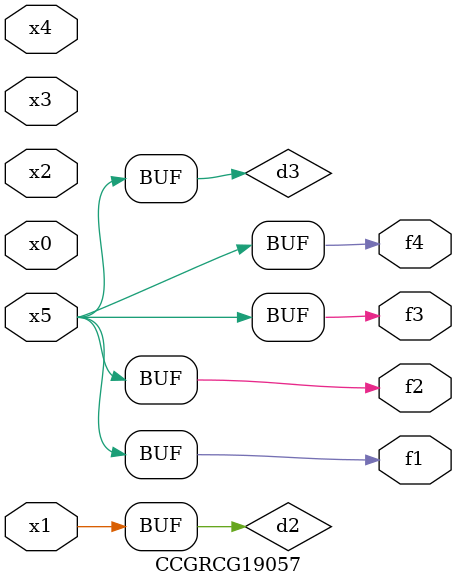
<source format=v>
module CCGRCG19057(
	input x0, x1, x2, x3, x4, x5,
	output f1, f2, f3, f4
);

	wire d1, d2, d3;

	not (d1, x5);
	or (d2, x1);
	xnor (d3, d1);
	assign f1 = d3;
	assign f2 = d3;
	assign f3 = d3;
	assign f4 = d3;
endmodule

</source>
